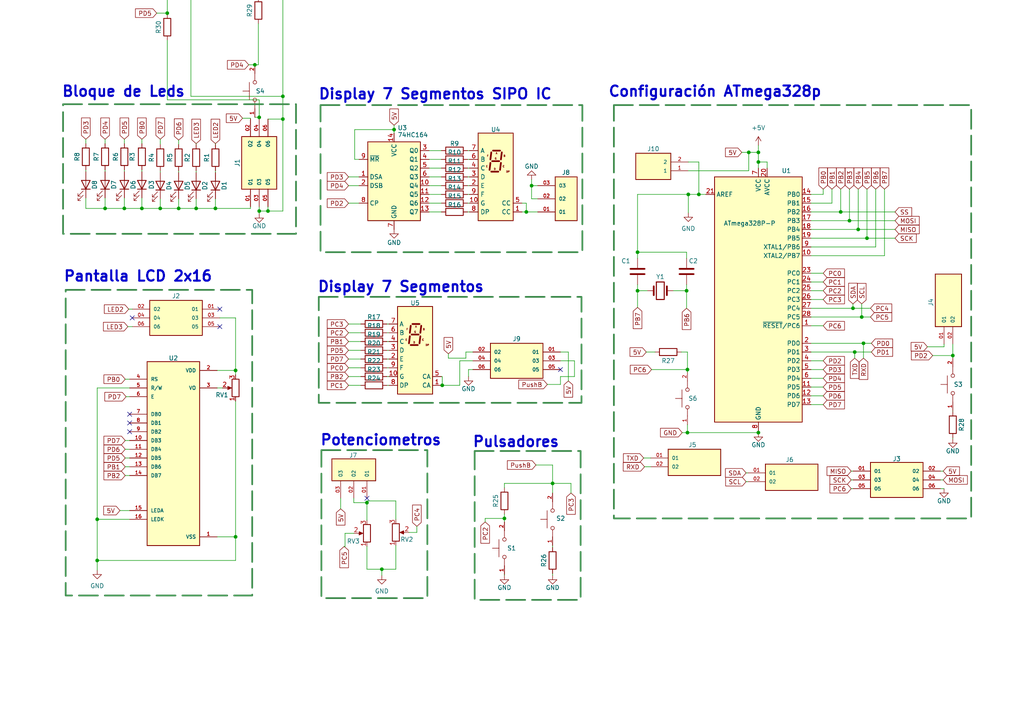
<source format=kicad_sch>
(kicad_sch (version 20230121) (generator eeschema)
  (paper "A4")
  (title_block (title "Módulo Aprendizaje Microcontroladores AVR") (date "2024-09-08") (rev "Bryan Claudio Huane Rodriguez") (company "IEEE UNMSM CAS SBC"))
  (junction (at 106.426 145.796))
  (junction (at 202.692 56.388))
  (junction (at 219.964 46.99))
  (junction (at 154.178 53.848))
  (junction (at 68.326 155.702))
  (junction (at 75.184 34.036))
  (junction (at 128.27 111.76))
  (junction (at 28.194 150.622))
  (junction (at 28.194 162.56))
  (junction (at 251.46 69.088))
  (junction (at 82.042 27.94))
  (junction (at 199.644 56.388))
  (junction (at 247.904 102.108))
  (junction (at 249.936 91.948))
  (junction (at 77.724 61.214))
  (junction (at 51.816 60.452))
  (junction (at 75.184 61.214))
  (junction (at 30.48 60.452))
  (junction (at 160.274 140.208))
  (junction (at 36.068 60.452))
  (junction (at 56.896 60.452))
  (junction (at 110.744 165.1))
  (junction (at 199.136 84.328))
  (junction (at 219.964 44.196))
  (junction (at 114.3 37.592))
  (junction (at 82.042 34.544))
  (junction (at 246.38 64.008))
  (junction (at 48.514 3.81))
  (junction (at 41.148 60.452))
  (junction (at 184.912 84.328))
  (junction (at 248.92 66.548))
  (junction (at 276.352 103.124))
  (junction (at 73.914 18.796))
  (junction (at 217.17 44.196))
  (junction (at 184.912 73.152))
  (junction (at 247.396 89.408))
  (junction (at 243.84 61.468))
  (junction (at 68.326 107.442))
  (junction (at 152.654 61.468))
  (junction (at 219.964 125.476))
  (junction (at 62.484 60.452))
  (junction (at 250.444 99.568))
  (junction (at 146.304 150.368))
  (junction (at 199.39 125.476))
  (junction (at 199.39 107.188))
  (junction (at 46.482 60.452))
  (no_connect (at 162.56 107.188))
  (no_connect (at 63.754 89.662))
  (no_connect (at 37.592 125.222))
  (no_connect (at 63.754 94.742))
  (no_connect (at 38.354 92.202))
  (no_connect (at 37.592 122.682))
  (no_connect (at 106.426 144.526))
  (no_connect (at 37.592 120.142))
  (wire (pts (xy 238.76 109.728) (xy 235.204 109.728)))
  (wire (pts (xy 124.46 56.388) (xy 128.016 56.388)))
  (wire (pts (xy 276.352 119.38) (xy 276.352 119.126)))
  (wire (pts (xy 36.322 137.922) (xy 37.592 137.922)))
  (wire (pts (xy 166.624 104.648) (xy 166.624 109.22)))
  (wire (pts (xy 154.178 53.848) (xy 155.956 53.848)))
  (wire (pts (xy 276.352 103.124) (xy 276.352 99.822)))
  (wire (pts (xy 246.888 141.732) (xy 247.396 141.732)))
  (wire (pts (xy 72.136 18.796) (xy 73.914 18.796)))
  (wire (pts (xy 101.092 53.848) (xy 104.14 53.848)))
  (wire (pts (xy 114.3 37.592) (xy 114.3 38.608)))
  (wire (pts (xy 68.326 107.442) (xy 68.326 108.712)))
  (wire (pts (xy 199.39 102.108) (xy 199.39 107.188)))
  (wire (pts (xy 56.896 41.656) (xy 56.896 41.91)))
  (wire (pts (xy 28.194 112.522) (xy 28.194 150.622)))
  (wire (pts (xy 235.204 58.928) (xy 241.3 58.928)))
  (wire (pts (xy 128.27 109.22) (xy 128.27 111.76)))
  (wire (pts (xy 114.3 36.322) (xy 114.3 37.592)))
  (wire (pts (xy 74.93 6.858) (xy 74.93 18.796)))
  (wire (pts (xy 151.384 61.468) (xy 152.654 61.468)))
  (wire (pts (xy 77.724 61.214) (xy 75.184 61.214)))
  (wire (pts (xy 146.304 150.368) (xy 146.304 151.384)))
  (wire (pts (xy 30.48 60.452) (xy 36.068 60.452)))
  (wire (pts (xy 270.51 103.124) (xy 276.352 103.124)))
  (wire (pts (xy 114.808 158.242) (xy 114.808 165.1)))
  (wire (pts (xy 112.268 111.76) (xy 112.776 111.76)))
  (wire (pts (xy 28.194 150.622) (xy 28.194 162.56)))
  (wire (pts (xy 154.178 53.848) (xy 154.178 52.07)))
  (wire (pts (xy 246.38 64.008) (xy 235.204 64.008)))
  (wire (pts (xy 276.352 103.886) (xy 276.352 103.124)))
  (wire (pts (xy 36.068 49.276) (xy 36.068 49.784)))
  (wire (pts (xy 74.93 -0.762) (xy 74.93 -2.032)))
  (wire (pts (xy 101.092 106.68) (xy 104.648 106.68)))
  (wire (pts (xy 247.904 102.108) (xy 247.904 103.886)))
  (wire (pts (xy 56.896 60.452) (xy 62.484 60.452)))
  (wire (pts (xy 72.644 60.452) (xy 72.644 59.944)))
  (wire (pts (xy 48.514 -0.508) (xy 48.514 3.81)))
  (wire (pts (xy 160.274 140.208) (xy 160.274 143.002)))
  (wire (pts (xy 135.636 46.228) (xy 136.144 46.228)))
  (wire (pts (xy 102.87 37.592) (xy 114.3 37.592)))
  (wire (pts (xy 48.514 28.956) (xy 75.184 28.956)))
  (wire (pts (xy 56.896 57.658) (xy 56.896 60.452)))
  (wire (pts (xy 197.866 125.476) (xy 199.39 125.476)))
  (wire (pts (xy 128.016 111.76) (xy 128.27 111.76)))
  (wire (pts (xy 106.426 150.876) (xy 106.426 145.796)))
  (wire (pts (xy 135.636 51.308) (xy 136.144 51.308)))
  (wire (pts (xy 155.956 61.468) (xy 152.654 61.468)))
  (wire (pts (xy 243.84 61.468) (xy 259.588 61.468)))
  (wire (pts (xy 124.46 51.308) (xy 128.016 51.308)))
  (wire (pts (xy 238.76 54.864) (xy 238.76 56.388)))
  (wire (pts (xy 106.426 145.796) (xy 106.426 145.288)))
  (wire (pts (xy 219.964 124.968) (xy 219.964 125.476)))
  (wire (pts (xy 135.128 102.108) (xy 135.128 103.886)))
  (wire (pts (xy 254 71.628) (xy 235.204 71.628)))
  (wire (pts (xy 112.268 106.68) (xy 112.776 106.68)))
  (wire (pts (xy 68.326 107.442) (xy 62.992 107.442)))
  (wire (pts (xy 268.986 100.584) (xy 273.812 100.584)))
  (wire (pts (xy 135.636 61.468) (xy 136.144 61.468)))
  (wire (pts (xy 202.692 56.388) (xy 204.724 56.388)))
  (wire (pts (xy 248.92 66.548) (xy 235.204 66.548)))
  (wire (pts (xy 101.092 58.928) (xy 104.14 58.928)))
  (wire (pts (xy 28.194 162.56) (xy 68.326 162.56)))
  (wire (pts (xy 184.912 73.152) (xy 199.136 73.152)))
  (wire (pts (xy 62.484 49.53) (xy 62.484 50.038)))
  (wire (pts (xy 112.268 96.52) (xy 112.776 96.52)))
  (wire (pts (xy 154.178 57.658) (xy 154.178 53.848)))
  (wire (pts (xy 77.724 59.944) (xy 77.724 61.214)))
  (wire (pts (xy 135.128 103.886) (xy 130.048 103.886)))
  (wire (pts (xy 151.384 58.928) (xy 152.654 58.928)))
  (wire (pts (xy 247.396 89.408) (xy 252.476 89.408)))
  (wire (pts (xy 248.92 66.548) (xy 259.588 66.548)))
  (wire (pts (xy 56.896 49.53) (xy 56.896 50.038)))
  (wire (pts (xy 51.816 41.91) (xy 51.816 40.64)))
  (wire (pts (xy 164.846 102.108) (xy 162.56 102.108)))
  (wire (pts (xy 247.904 102.108) (xy 252.73 102.108)))
  (wire (pts (xy 222.504 48.768) (xy 222.504 46.99)))
  (wire (pts (xy 217.17 44.196) (xy 217.17 49.53)))
  (wire (pts (xy 101.092 109.22) (xy 104.648 109.22)))
  (wire (pts (xy 135.89 109.22) (xy 135.89 107.188)))
  (wire (pts (xy 36.068 40.386) (xy 36.068 41.656)))
  (wire (pts (xy 184.912 84.328) (xy 184.912 82.55)))
  (wire (pts (xy 199.136 84.328) (xy 199.136 89.408)))
  (wire (pts (xy 187.706 84.328) (xy 184.912 84.328)))
  (wire (pts (xy 250.444 99.568) (xy 250.444 103.886)))
  (wire (pts (xy 73.914 34.036) (xy 75.184 34.036)))
  (wire (pts (xy 162.56 109.22) (xy 162.56 111.506)))
  (wire (pts (xy 74.93 -2.032) (xy 82.042 -2.032)))
  (wire (pts (xy 36.068 60.452) (xy 36.068 57.404)))
  (wire (pts (xy 199.644 56.388) (xy 199.644 61.722)))
  (wire (pts (xy 46.482 49.53) (xy 46.482 50.038)))
  (wire (pts (xy 195.326 84.328) (xy 199.136 84.328)))
  (wire (pts (xy 98.806 147.574) (xy 98.806 144.526)))
  (wire (pts (xy 106.426 145.288) (xy 114.808 145.288)))
  (wire (pts (xy 273.558 139.192) (xy 272.796 139.192)))
  (wire (pts (xy 243.84 61.468) (xy 235.204 61.468)))
  (wire (pts (xy 238.76 86.868) (xy 235.204 86.868)))
  (wire (pts (xy 187.452 102.108) (xy 189.992 102.108)))
  (wire (pts (xy 186.944 135.382) (xy 188.722 135.382)))
  (wire (pts (xy 70.358 34.29) (xy 72.644 34.29)))
  (wire (pts (xy 186.69 132.842) (xy 188.722 132.842)))
  (wire (pts (xy 112.268 93.98) (xy 112.776 93.98)))
  (wire (pts (xy 246.38 54.864) (xy 246.38 64.008)))
  (wire (pts (xy 72.644 34.29) (xy 72.644 34.544)))
  (wire (pts (xy 217.17 44.196) (xy 219.964 44.196)))
  (wire (pts (xy 124.46 53.848) (xy 128.016 53.848)))
  (wire (pts (xy 199.136 74.93) (xy 199.136 73.152)))
  (wire (pts (xy 24.892 49.276) (xy 24.892 49.784)))
  (wire (pts (xy 152.654 58.928) (xy 152.654 61.468)))
  (wire (pts (xy 133.35 104.648) (xy 133.35 111.76)))
  (wire (pts (xy 112.268 99.06) (xy 112.776 99.06)))
  (wire (pts (xy 124.46 48.768) (xy 128.016 48.768)))
  (wire (pts (xy 112.268 109.22) (xy 112.776 109.22)))
  (wire (pts (xy 68.326 92.202) (xy 63.754 92.202)))
  (wire (pts (xy 112.268 104.14) (xy 112.776 104.14)))
  (wire (pts (xy 199.39 123.19) (xy 199.39 125.476)))
  (wire (pts (xy 30.48 40.386) (xy 30.48 41.656)))
  (wire (pts (xy 114.808 150.622) (xy 114.808 145.288)))
  (wire (pts (xy 28.194 162.56) (xy 28.194 165.354)))
  (wire (pts (xy 246.38 64.008) (xy 259.588 64.008)))
  (wire (pts (xy 51.816 49.53) (xy 51.816 50.038)))
  (wire (pts (xy 101.092 111.76) (xy 104.648 111.76)))
  (wire (pts (xy 82.042 -2.032) (xy 82.042 27.94)))
  (wire (pts (xy 110.744 165.1) (xy 110.744 166.878)))
  (wire (pts (xy 28.194 150.622) (xy 37.592 150.622)))
  (wire (pts (xy 166.624 109.22) (xy 162.56 109.22)))
  (wire (pts (xy 101.092 104.14) (xy 104.648 104.14)))
  (wire (pts (xy 100.076 158.496) (xy 100.076 154.686)))
  (wire (pts (xy 199.644 46.99) (xy 202.692 46.99)))
  (wire (pts (xy 184.912 74.93) (xy 184.912 73.152)))
  (wire (pts (xy 48.514 11.684) (xy 48.514 28.956)))
  (wire (pts (xy 102.616 144.526) (xy 102.616 145.796)))
  (wire (pts (xy 124.46 46.228) (xy 128.016 46.228)))
  (wire (pts (xy 235.204 102.108) (xy 247.904 102.108)))
  (wire (pts (xy 246.888 136.652) (xy 247.396 136.652)))
  (wire (pts (xy 162.56 104.648) (xy 166.624 104.648)))
  (wire (pts (xy 165.608 140.208) (xy 160.274 140.208)))
  (wire (pts (xy 102.87 46.228) (xy 104.14 46.228)))
  (wire (pts (xy 273.812 100.584) (xy 273.812 99.822)))
  (wire (pts (xy 101.092 101.6) (xy 104.648 101.6)))
  (wire (pts (xy 62.484 41.656) (xy 62.484 41.91)))
  (wire (pts (xy 158.75 111.506) (xy 162.56 111.506)))
  (wire (pts (xy 241.3 58.928) (xy 241.3 54.864)))
  (wire (pts (xy 135.636 58.928) (xy 136.144 58.928)))
  (wire (pts (xy 37.084 94.742) (xy 38.354 94.742)))
  (wire (pts (xy 51.816 60.452) (xy 56.896 60.452)))
  (wire (pts (xy 146.304 140.208) (xy 160.274 140.208)))
  (wire (pts (xy 37.338 89.662) (xy 38.354 89.662)))
  (wire (pts (xy 165.608 143.002) (xy 165.608 140.208)))
  (wire (pts (xy 41.148 60.452) (xy 46.482 60.452)))
  (wire (pts (xy 110.744 165.1) (xy 106.426 165.1)))
  (wire (pts (xy 36.068 60.452) (xy 41.148 60.452)))
  (wire (pts (xy 272.796 136.652) (xy 273.558 136.652)))
  (wire (pts (xy 46.482 60.452) (xy 51.816 60.452)))
  (wire (pts (xy 62.992 155.702) (xy 68.326 155.702)))
  (wire (pts (xy 135.636 43.688) (xy 136.144 43.688)))
  (wire (pts (xy 36.322 109.982) (xy 37.592 109.982)))
  (wire (pts (xy 135.636 53.848) (xy 136.144 53.848)))
  (wire (pts (xy 140.716 150.368) (xy 146.304 150.368)))
  (wire (pts (xy 36.322 130.302) (xy 37.592 130.302)))
  (wire (pts (xy 75.184 61.976) (xy 75.184 61.214)))
  (wire (pts (xy 199.644 56.388) (xy 184.912 56.388)))
  (wire (pts (xy 238.76 114.808) (xy 235.204 114.808)))
  (wire (pts (xy 37.592 112.522) (xy 28.194 112.522)))
  (wire (pts (xy 238.76 79.248) (xy 235.204 79.248)))
  (wire (pts (xy 238.76 84.328) (xy 235.204 84.328)))
  (wire (pts (xy 238.76 104.648) (xy 235.204 104.648)))
  (wire (pts (xy 219.964 42.164) (xy 219.964 44.196)))
  (wire (pts (xy 82.042 61.214) (xy 77.724 61.214)))
  (wire (pts (xy 235.204 89.408) (xy 247.396 89.408)))
  (wire (pts (xy 199.39 107.188) (xy 199.39 107.95)))
  (wire (pts (xy 120.904 154.432) (xy 118.618 154.432)))
  (wire (pts (xy 114.808 165.1) (xy 110.744 165.1)))
  (wire (pts (xy 48.514 3.81) (xy 48.514 4.064)))
  (wire (pts (xy 106.426 158.496) (xy 106.426 165.1)))
  (wire (pts (xy 140.716 151.384) (xy 140.716 150.368)))
  (wire (pts (xy 46.482 41.91) (xy 46.482 40.386)))
  (wire (pts (xy 238.76 117.348) (xy 235.204 117.348)))
  (wire (pts (xy 160.274 166.878) (xy 160.274 166.37)))
  (wire (pts (xy 55.372 -17.018) (xy 55.372 27.94)))
  (wire (pts (xy 219.964 48.768) (xy 219.964 46.99)))
  (wire (pts (xy 238.76 56.388) (xy 235.204 56.388)))
  (wire (pts (xy 124.46 58.928) (xy 128.016 58.928)))
  (wire (pts (xy 101.092 99.06) (xy 104.648 99.06)))
  (wire (pts (xy 62.484 60.452) (xy 72.644 60.452)))
  (wire (pts (xy 199.644 49.53) (xy 217.17 49.53)))
  (wire (pts (xy 41.148 40.386) (xy 41.148 41.656)))
  (wire (pts (xy 235.204 99.568) (xy 250.444 99.568)))
  (wire (pts (xy 254 54.864) (xy 254 71.628)))
  (wire (pts (xy 248.92 54.864) (xy 248.92 66.548)))
  (wire (pts (xy 251.46 54.864) (xy 251.46 69.088)))
  (wire (pts (xy 146.304 149.098) (xy 146.304 150.368)))
  (wire (pts (xy 99.822 158.496) (xy 100.076 158.496)))
  (wire (pts (xy 36.322 132.842) (xy 37.592 132.842)))
  (wire (pts (xy 137.16 104.648) (xy 133.35 104.648)))
  (wire (pts (xy 82.042 27.94) (xy 82.042 34.544)))
  (wire (pts (xy 137.16 102.108) (xy 135.128 102.108)))
  (wire (pts (xy 24.892 40.386) (xy 24.892 41.656)))
  (wire (pts (xy 249.936 91.948) (xy 252.476 91.948)))
  (wire (pts (xy 101.092 93.98) (xy 104.648 93.98)))
  (wire (pts (xy 238.76 112.268) (xy 235.204 112.268)))
  (wire (pts (xy 102.616 145.796) (xy 106.426 145.796)))
  (wire (pts (xy 146.304 166.624) (xy 146.304 166.878)))
  (wire (pts (xy 216.408 139.7) (xy 216.916 139.7)))
  (wire (pts (xy 30.48 49.276) (xy 30.48 49.784)))
  (wire (pts (xy 46.482 57.658) (xy 46.482 60.452)))
  (wire (pts (xy 238.76 107.188) (xy 235.204 107.188)))
  (wire (pts (xy 48.514 -17.018) (xy 55.372 -17.018)))
  (wire (pts (xy 256.54 74.168) (xy 235.204 74.168)))
  (wire (pts (xy 128.27 111.76) (xy 133.35 111.76)))
  (wire (pts (xy 250.444 99.568) (xy 252.73 99.568)))
  (wire (pts (xy 238.76 94.488) (xy 235.204 94.488)))
  (wire (pts (xy 216.408 137.16) (xy 216.916 137.16)))
  (wire (pts (xy 160.274 158.75) (xy 160.274 158.242)))
  (wire (pts (xy 160.274 134.874) (xy 160.274 140.208)))
  (wire (pts (xy 101.092 96.52) (xy 104.648 96.52)))
  (wire (pts (xy 48.514 -17.018) (xy 48.514 -15.748)))
  (wire (pts (xy 128.016 109.22) (xy 128.27 109.22)))
  (wire (pts (xy 30.48 57.404) (xy 30.48 60.452)))
  (wire (pts (xy 75.184 34.036) (xy 75.184 34.544)))
  (wire (pts (xy 55.372 27.94) (xy 82.042 27.94)))
  (wire (pts (xy 184.912 84.328) (xy 184.912 89.154)))
  (wire (pts (xy 135.636 56.388) (xy 136.144 56.388)))
  (wire (pts (xy 155.956 57.658) (xy 154.178 57.658)))
  (wire (pts (xy 251.46 69.088) (xy 235.204 69.088)))
  (wire (pts (xy 45.466 3.81) (xy 48.514 3.81)))
  (wire (pts (xy 219.964 46.99) (xy 222.504 46.99)))
  (wire (pts (xy 102.87 46.228) (xy 102.87 37.592)))
  (wire (pts (xy 273.812 141.732) (xy 272.796 141.732)))
  (wire (pts (xy 219.964 44.196) (xy 219.964 46.99)))
  (wire (pts (xy 41.148 49.276) (xy 41.148 49.784)))
  (wire (pts (xy 135.636 48.768) (xy 136.144 48.768)))
  (wire (pts (xy 235.204 91.948) (xy 249.936 91.948)))
  (wire (pts (xy 24.892 60.452) (xy 24.892 57.404)))
  (wire (pts (xy 41.148 60.452) (xy 41.148 57.404)))
  (wire (pts (xy 75.184 28.956) (xy 75.184 34.036)))
  (wire (pts (xy 130.048 103.886) (xy 130.048 102.616)))
  (wire (pts (xy 36.322 127.762) (xy 37.592 127.762)))
  (wire (pts (xy 249.936 88.138) (xy 249.936 91.948)))
  (wire (pts (xy 146.304 140.208) (xy 146.304 141.478)))
  (wire (pts (xy 100.076 154.686) (xy 102.616 154.686)))
  (wire (pts (xy 135.89 107.188) (xy 137.16 107.188)))
  (wire (pts (xy 164.846 110.49) (xy 164.846 102.108)))
  (wire (pts (xy 202.692 46.99) (xy 202.692 56.388)))
  (wire (pts (xy 68.326 155.702) (xy 68.326 162.56)))
  (wire (pts (xy 82.042 34.544) (xy 82.042 61.214)))
  (wire (pts (xy 199.136 82.55) (xy 199.136 84.328)))
  (wire (pts (xy 256.54 54.864) (xy 256.54 74.168)))
  (wire (pts (xy 199.39 125.476) (xy 219.964 125.476)))
  (wire (pts (xy 120.904 152.654) (xy 120.904 154.432)))
  (wire (pts (xy 101.092 51.308) (xy 104.14 51.308)))
  (wire (pts (xy 199.644 56.388) (xy 202.692 56.388)))
  (wire (pts (xy 155.448 134.874) (xy 160.274 134.874)))
  (wire (pts (xy 199.39 102.108) (xy 197.612 102.108)))
  (wire (pts (xy 188.976 107.188) (xy 199.39 107.188)))
  (wire (pts (xy 36.322 135.382) (xy 37.592 135.382)))
  (wire (pts (xy 238.76 81.788) (xy 235.204 81.788)))
  (wire (pts (xy 68.326 107.442) (xy 68.326 92.202)))
  (wire (pts (xy 247.396 88.138) (xy 247.396 89.408)))
  (wire (pts (xy 68.326 116.332) (xy 68.326 155.702)))
  (wire (pts (xy 75.184 61.214) (xy 75.184 59.944)))
  (wire (pts (xy 36.576 115.062) (xy 37.592 115.062)))
  (wire (pts (xy 251.46 69.088) (xy 259.588 69.088)))
  (wire (pts (xy 276.352 127) (xy 276.352 127.254)))
  (wire (pts (xy 246.888 139.192) (xy 247.396 139.192)))
  (wire (pts (xy 215.138 44.196) (xy 217.17 44.196)))
  (wire (pts (xy 77.724 34.544) (xy 82.042 34.544)))
  (wire (pts (xy 112.268 101.6) (xy 112.776 101.6)))
  (wire (pts (xy 124.46 43.688) (xy 128.016 43.688)))
  (wire (pts (xy 64.516 112.522) (xy 62.992 112.522)))
  (wire (pts (xy 34.798 148.082) (xy 37.592 148.082)))
  (wire (pts (xy 73.914 18.796) (xy 74.93 18.796)))
  (wire (pts (xy 124.46 61.468) (xy 128.016 61.468)))
  (wire (pts (xy 62.484 60.452) (xy 62.484 57.658)))
  (wire (pts (xy 184.912 56.388) (xy 184.912 73.152)))
  (wire (pts (xy 243.84 54.864) (xy 243.84 61.468)))
  (wire (pts (xy 51.816 60.452) (xy 51.816 57.658)))
  (wire (pts (xy 24.892 60.452) (xy 30.48 60.452)))
  (rectangle (start 18.288 30.226) (end 85.852 67.818) (stroke (width 0.5) (type dash) (color 59 138 74 0.56)))
  (rectangle (start 92.456 86.106) (end 168.656 116.84) (stroke (width 0.5) (type dash) (color 59 138 74 0.56)))
  (rectangle (start 137.668 130.81) (end 168.402 173.99) (stroke (width 0.5) (type dash) (color 59 138 74 0.56)))
  (rectangle (start 93.218 130.556) (end 123.952 173.482) (stroke (width 0.5) (type dash) (color 59 138 74 0.56)))
  (rectangle (start 92.964 30.48) (end 168.91 73.152) (stroke (width 0.5) (type dash) (color 59 138 74 0.56)))
  (rectangle (start 19.05 84.074) (end 73.152 172.72) (stroke (width 0.5) (type dash) (color 59 138 74 0.56)))
  (rectangle (start 178.054 30.48) (end 281.686 150.368) (stroke (width 0.5) (type dash) (color 59 138 74 0.56)))
  (text "Display 7 Segmentos SIPO IC\n" (at 92.202 29.21 0) (effects (font (size 3 3) (thickness 0.6) bold) (justify left bottom)))
  (text "Bloque de Leds" (at 17.78 28.448 0) (effects (font (size 3 3) (thickness 0.6) bold) (justify left bottom)))
  (text "Potenciometros" (at 92.71 129.54 0) (effects (font (size 3 3) (thickness 0.6) bold) (justify left bottom)))
  (text "Display 7 Segmentos\n" (at 91.948 85.09 0) (effects (font (size 3 3) (thickness 0.6) bold) (justify left bottom)))
  (text "Configuración ATmega328p\n" (at 176.276 28.448 0) (effects (font (size 3 3) (thickness 0.6) bold) (justify left bottom)))
  (text "Pulsadores\n" (at 136.906 130.048 0) (effects (font (size 3 3) (thickness 0.6) bold) (justify left bottom)))
  (text "Pantalla LCD 2x16" (at 18.288 82.042 0) (effects (font (size 3 3) (thickness 0.6) bold) (justify left bottom)))
  (global_label "PC1" (shape input) (at 101.092 111.76 180) (property "Intersheetrefs" "${INTERSHEET_REFS}" (effects hide)))
  (global_label "PC2" (shape input) (at 140.716 151.384 270) (property "Intersheetrefs" "${INTERSHEET_REFS}" (effects hide)))
  (global_label "PD7" (shape input) (at 46.482 40.386 90) (property "Intersheetrefs" "${INTERSHEET_REFS}" (effects hide)))
  (global_label "SCK" (shape input) (at 246.888 139.192 180) (property "Intersheetrefs" "${INTERSHEET_REFS}" (effects hide)))
  (global_label "PD7" (shape input) (at 36.322 127.762 180) (property "Intersheetrefs" "${INTERSHEET_REFS}" (effects hide)))
  (global_label "PD2" (shape input) (at 270.51 103.124 180) (property "Intersheetrefs" "${INTERSHEET_REFS}" (effects hide)))
  (global_label "PB7" (shape input) (at 184.912 89.154 270) (property "Intersheetrefs" "${INTERSHEET_REFS}" (effects hide)))
  (global_label "PC6" (shape input) (at 246.888 141.732 180) (property "Intersheetrefs" "${INTERSHEET_REFS}" (effects hide)))
  (global_label "PD2" (shape input) (at 101.092 58.928 180) (property "Intersheetrefs" "${INTERSHEET_REFS}" (effects hide)))
  (global_label "PD3" (shape input) (at 238.76 107.188 0) (property "Intersheetrefs" "${INTERSHEET_REFS}" (effects hide)))
  (global_label "PB0" (shape input) (at 238.76 54.864 90) (property "Intersheetrefs" "${INTERSHEET_REFS}" (effects hide)))
  (global_label "PB4" (shape input) (at 248.92 54.864 90) (property "Intersheetrefs" "${INTERSHEET_REFS}" (effects hide)))
  (global_label "PB3" (shape input) (at 246.38 54.864 90) (property "Intersheetrefs" "${INTERSHEET_REFS}" (effects hide)))
  (global_label "MISO" (shape input) (at 259.588 66.548 0) (property "Intersheetrefs" "${INTERSHEET_REFS}" (effects hide)))
  (global_label "5V" (shape input) (at 268.986 100.584 180) (property "Intersheetrefs" "${INTERSHEET_REFS}" (effects hide)))
  (global_label "PC5" (shape input) (at 252.476 91.948 0) (property "Intersheetrefs" "${INTERSHEET_REFS}" (effects hide)))
  (global_label "5V" (shape input) (at 114.3 36.322 90) (property "Intersheetrefs" "${INTERSHEET_REFS}" (effects hide)))
  (global_label "PD4" (shape input) (at 101.092 53.848 180) (property "Intersheetrefs" "${INTERSHEET_REFS}" (effects hide)))
  (global_label "PC4" (shape input) (at 120.904 152.654 90) (property "Intersheetrefs" "${INTERSHEET_REFS}" (effects hide)))
  (global_label "SCL" (shape input) (at 249.936 88.138 90) (property "Intersheetrefs" "${INTERSHEET_REFS}" (effects hide)))
  (global_label "PD3" (shape input) (at 24.892 40.386 90) (property "Intersheetrefs" "${INTERSHEET_REFS}" (effects hide)))
  (global_label "PC4" (shape input) (at 252.476 89.408 0) (property "Intersheetrefs" "${INTERSHEET_REFS}" (effects hide)))
  (global_label "PushB" (shape input) (at 155.448 134.874 180) (property "Intersheetrefs" "${INTERSHEET_REFS}" (effects hide)))
  (global_label "PD5" (shape input) (at 45.466 3.81 180) (property "Intersheetrefs" "${INTERSHEET_REFS}" (effects hide)))
  (global_label "LED3" (shape input) (at 56.896 41.656 90) (property "Intersheetrefs" "${INTERSHEET_REFS}" (effects hide)))
  (global_label "PB0" (shape input) (at 36.322 109.982 180) (property "Intersheetrefs" "${INTERSHEET_REFS}" (effects hide)))
  (global_label "PC0" (shape input) (at 238.76 79.248 0) (property "Intersheetrefs" "${INTERSHEET_REFS}" (effects hide)))
  (global_label "MOSI" (shape input) (at 259.588 64.008 0) (property "Intersheetrefs" "${INTERSHEET_REFS}" (effects hide)))
  (global_label "PD7" (shape input) (at 36.576 115.062 180) (property "Intersheetrefs" "${INTERSHEET_REFS}" (effects hide)))
  (global_label "PD2" (shape input) (at 238.76 104.648 0) (property "Intersheetrefs" "${INTERSHEET_REFS}" (effects hide)))
  (global_label "GND" (shape input) (at 197.866 125.476 180) (property "Intersheetrefs" "${INTERSHEET_REFS}" (effects hide)))
  (global_label "5V" (shape input) (at 130.048 102.616 90) (property "Intersheetrefs" "${INTERSHEET_REFS}" (effects hide)))
  (global_label "PD5" (shape input) (at 101.092 101.6 180) (property "Intersheetrefs" "${INTERSHEET_REFS}" (effects hide)))
  (global_label "5V" (shape input) (at 34.798 148.082 180) (property "Intersheetrefs" "${INTERSHEET_REFS}" (effects hide)))
  (global_label "PC6" (shape input) (at 238.76 94.488 0) (property "Intersheetrefs" "${INTERSHEET_REFS}" (effects hide)))
  (global_label "PD1" (shape input) (at 252.73 102.108 0) (property "Intersheetrefs" "${INTERSHEET_REFS}" (effects hide)))
  (global_label "PD4" (shape input) (at 238.76 109.728 0) (property "Intersheetrefs" "${INTERSHEET_REFS}" (effects hide)))
  (global_label "LED3" (shape input) (at 37.084 94.742 180) (property "Intersheetrefs" "${INTERSHEET_REFS}" (effects hide)))
  (global_label "PD3" (shape input) (at 101.092 51.308 180) (property "Intersheetrefs" "${INTERSHEET_REFS}" (effects hide)))
  (global_label "PB0" (shape input) (at 41.148 40.386 90) (property "Intersheetrefs" "${INTERSHEET_REFS}" (effects hide)))
  (global_label "PC6" (shape input) (at 188.976 107.188 180) (property "Intersheetrefs" "${INTERSHEET_REFS}" (effects hide)))
  (global_label "TXD" (shape input) (at 247.904 103.886 270) (property "Intersheetrefs" "${INTERSHEET_REFS}" (effects hide)))
  (global_label "PB7" (shape input) (at 256.54 54.864 90) (property "Intersheetrefs" "${INTERSHEET_REFS}" (effects hide)))
  (global_label "PC3" (shape input) (at 165.608 143.002 270) (property "Intersheetrefs" "${INTERSHEET_REFS}" (effects hide)))
  (global_label "LED2" (shape input) (at 37.338 89.662 180) (property "Intersheetrefs" "${INTERSHEET_REFS}" (effects hide)))
  (global_label "PB5" (shape input) (at 251.46 54.864 90) (property "Intersheetrefs" "${INTERSHEET_REFS}" (effects hide)))
  (global_label "SDA" (shape input) (at 247.396 88.138 90) (property "Intersheetrefs" "${INTERSHEET_REFS}" (effects hide)))
  (global_label "RXD" (shape input) (at 186.944 135.382 180) (property "Intersheetrefs" "${INTERSHEET_REFS}" (effects hide)))
  (global_label "PC3" (shape input) (at 238.76 86.868 0) (property "Intersheetrefs" "${INTERSHEET_REFS}" (effects hide)))
  (global_label "PC3" (shape input) (at 101.092 93.98 180) (property "Intersheetrefs" "${INTERSHEET_REFS}" (effects hide)))
  (global_label "PC2" (shape input) (at 238.76 84.328 0) (property "Intersheetrefs" "${INTERSHEET_REFS}" (effects hide)))
  (global_label "5V" (shape input) (at 187.452 102.108 180) (property "Intersheetrefs" "${INTERSHEET_REFS}" (effects hide)))
  (global_label "PD5" (shape input) (at 238.76 112.268 0) (property "Intersheetrefs" "${INTERSHEET_REFS}" (effects hide)))
  (global_label "PD4" (shape input) (at 72.136 18.796 180) (property "Intersheetrefs" "${INTERSHEET_REFS}" (effects hide)))
  (global_label "PD4" (shape input) (at 30.48 40.386 90) (property "Intersheetrefs" "${INTERSHEET_REFS}" (effects hide)))
  (global_label "PB6" (shape input) (at 199.136 89.408 270) (property "Intersheetrefs" "${INTERSHEET_REFS}" (effects hide)))
  (global_label "PB1" (shape input) (at 101.092 99.06 180) (property "Intersheetrefs" "${INTERSHEET_REFS}" (effects hide)))
  (global_label "5V" (shape input) (at 98.806 147.574 270) (property "Intersheetrefs" "${INTERSHEET_REFS}" (effects hide)))
  (global_label "PB6" (shape input) (at 254 54.864 90) (property "Intersheetrefs" "${INTERSHEET_REFS}" (effects hide)))
  (global_label "PD6" (shape input) (at 238.76 114.808 0) (property "Intersheetrefs" "${INTERSHEET_REFS}" (effects hide)))
  (global_label "MOSI" (shape input) (at 273.558 139.192 0) (property "Intersheetrefs" "${INTERSHEET_REFS}" (effects hide)))
  (global_label "SCK" (shape input) (at 259.588 69.088 0) (property "Intersheetrefs" "${INTERSHEET_REFS}" (effects hide)))
  (global_label "TXD" (shape input) (at 186.69 132.842 180) (property "Intersheetrefs" "${INTERSHEET_REFS}" (effects hide)))
  (global_label "PB2" (shape input) (at 243.84 54.864 90) (property "Intersheetrefs" "${INTERSHEET_REFS}" (effects hide)))
  (global_label "PD0" (shape input) (at 252.73 99.568 0) (property "Intersheetrefs" "${INTERSHEET_REFS}" (effects hide)))
  (global_label "PD7" (shape input) (at 101.092 104.14 180) (property "Intersheetrefs" "${INTERSHEET_REFS}" (effects hide)))
  (global_label "LED2" (shape input) (at 62.484 41.656 90) (property "Intersheetrefs" "${INTERSHEET_REFS}" (effects hide)))
  (global_label "PD6" (shape input) (at 36.322 130.302 180) (property "Intersheetrefs" "${INTERSHEET_REFS}" (effects hide)))
  (global_label "PB1" (shape input) (at 36.322 135.382 180) (property "Intersheetrefs" "${INTERSHEET_REFS}" (effects hide)))
  (global_label "SCL" (shape input) (at 216.408 139.7 180) (property "Intersheetrefs" "${INTERSHEET_REFS}" (effects hide)))
  (global_label "MISO" (shape input) (at 246.888 136.652 180) (property "Intersheetrefs" "${INTERSHEET_REFS}" (effects hide)))
  (global_label "PB2" (shape input) (at 36.322 137.922 180) (property "Intersheetrefs" "${INTERSHEET_REFS}" (effects hide)))
  (global_label "PC0" (shape input) (at 101.092 106.68 180) (property "Intersheetrefs" "${INTERSHEET_REFS}" (effects hide)))
  (global_label "SS" (shape input) (at 259.588 61.468 0) (property "Intersheetrefs" "${INTERSHEET_REFS}" (effects hide)))
  (global_label "PB2" (shape input) (at 101.092 109.22 180) (property "Intersheetrefs" "${INTERSHEET_REFS}" (effects hide)))
  (global_label "PC5" (shape input) (at 99.822 158.496 270) (property "Intersheetrefs" "${INTERSHEET_REFS}" (effects hide)))
  (global_label "PC1" (shape input) (at 238.76 81.788 0) (property "Intersheetrefs" "${INTERSHEET_REFS}" (effects hide)))
  (global_label "PB1" (shape input) (at 241.3 54.864 90) (property "Intersheetrefs" "${INTERSHEET_REFS}" (effects hide)))
  (global_label "5V" (shape input) (at 273.558 136.652 0) (property "Intersheetrefs" "${INTERSHEET_REFS}" (effects hide)))
  (global_label "PC2" (shape input) (at 101.092 96.52 180) (property "Intersheetrefs" "${INTERSHEET_REFS}" (effects hide)))
  (global_label "PD5" (shape input) (at 36.068 40.386 90) (property "Intersheetrefs" "${INTERSHEET_REFS}" (effects hide)))
  (global_label "5V" (shape input) (at 164.846 110.49 270) (property "Intersheetrefs" "${INTERSHEET_REFS}" (effects hide)))
  (global_label "PD6" (shape input) (at 51.816 40.64 90) (property "Intersheetrefs" "${INTERSHEET_REFS}" (effects hide)))
  (global_label "5V" (shape input) (at 215.138 44.196 180) (property "Intersheetrefs" "${INTERSHEET_REFS}" (effects hide)))
  (global_label "PD7" (shape input) (at 238.76 117.348 0) (property "Intersheetrefs" "${INTERSHEET_REFS}" (effects hide)))
  (global_label "PD5" (shape input) (at 36.322 132.842 180) (property "Intersheetrefs" "${INTERSHEET_REFS}" (effects hide)))
  (global_label "SDA" (shape input) (at 216.408 137.16 180) (property "Intersheetrefs" "${INTERSHEET_REFS}" (effects hide)))
  (global_label "PushB" (shape input) (at 158.75 111.506 180) (property "Intersheetrefs" "${INTERSHEET_REFS}" (effects hide)))
  (global_label "RXD" (shape input) (at 250.444 103.886 270) (property "Intersheetrefs" "${INTERSHEET_REFS}" (effects hide)))
  (global_label "5V" (shape input) (at 70.358 34.29 180) (property "Intersheetrefs" "${INTERSHEET_REFS}" (effects hide)))
  (symbol (lib_id "Device:LED") (at 46.482 53.848 270) (mirror x) (unit 1)
    (property "Reference" "D4" (at 49.022 53.848 0))
    (property "Value" "LED" (effects hide))
    (property "Footprint" "LED_THT:LED_D5.0mm" (effects hide))
  )
  (symbol (lib_id "Device:R") (at 56.896 45.72 0) (mirror y) (unit 1)
    (property "Reference" "R2" (at 54.356 45.72 90))
    (property "Value" "R" (effects hide))
    (property "Footprint" "Resistor_THT:R_Axial_DIN0204_L3.6mm_D1.6mm_P7.62mm_Horizontal" (effects hide))
  )
  (symbol (lib_id "Device:R") (at 146.304 145.288 180) (unit 1)
    (property "Reference" "R25" (at 143.764 145.288 90))
    (property "Value" "R" (effects hide))
    (property "Footprint" "Resistor_THT:R_Axial_DIN0204_L3.6mm_D1.6mm_P7.62mm_Horizontal" (effects hide))
  )
  (symbol (lib_id "Device:Crystal") (at 191.516 84.328 180) (unit 1)
    (property "Reference" "Y1" (at 191.516 80.264 0))
    (property "Value" "Crystal" (effects hide))
    (property "Footprint" "Crystal:Crystal_HC49-4H_Vertical" (effects hide))
  )
  (symbol (lib_id "TL59NF160Q:TL59NF160Q") (at 73.914 26.416 90) (unit 1)
    (property "Reference" "S4" (at 74.168 26.416 90) (effects (justify right)))
    (property "Value" "TL59NF160Q" (effects hide))
    (property "Footprint" "TL59NF160Q:SW_TL59NF160Q" (effects hide))
    (property "MF" "E-Switch" (effects hide))
    (property "MAXIMUM_PACKAGE_HEIGHT" "4.3 mm" (effects hide))
    (property "Package" "None" (effects hide))
    (property "Price" "None" (effects hide))
    (property "Check_prices" "https://www.snapeda.com/parts/TL59NF160Q/E-Switch/view-part/?ref=eda" (effects hide))
    (property "STANDARD" "Manufacturer Recommendations" (effects hide))
    (property "PARTREV" "G" (effects hide))
    (property "SnapEDA_Link" "https://www.snapeda.com/parts/TL59NF160Q/E-Switch/view-part/?ref=snap" (effects hide))
    (property "MP" "TL59NF160Q" (effects hide))
    (property "Description" "\nSWITCH TACTILE SPST-NO 0.05A 12V\n" (effects hide))
    (property "MANUFACTURER" "E-Switch" (effects hide))
    (property "Availability" "In Stock" (effects hide))
    (property "SNAPEDA_PN" "TL59NF160Q" (effects hide))
  )
  (symbol (lib_id "Device:R") (at 30.48 45.466 0) (mirror y) (unit 1)
    (property "Reference" "R7" (at 27.94 45.466 90))
    (property "Value" "R" (effects hide))
    (property "Footprint" "Resistor_THT:R_Axial_DIN0204_L3.6mm_D1.6mm_P7.62mm_Horizontal" (effects hide))
  )
  (symbol (lib_id "Device:LED") (at 24.892 53.594 270) (mirror x) (unit 1)
    (property "Reference" "D8" (at 27.432 53.594 0))
    (property "Value" "LED" (effects hide))
    (property "Footprint" "LED_THT:LED_D5.0mm" (effects hide))
  )
  (symbol (lib_id "Device:R") (at 62.484 45.72 0) (mirror y) (unit 1)
    (property "Reference" "R1" (at 59.944 45.72 90))
    (property "Value" "R" (effects hide))
    (property "Footprint" "Resistor_THT:R_Axial_DIN0204_L3.6mm_D1.6mm_P7.62mm_Horizontal" (effects hide))
  )
  (symbol (lib_id "Device:R") (at 108.458 106.68 90) (unit 1)
    (property "Reference" "R22" (at 108.458 104.648 90))
    (property "Value" "R" (effects hide))
    (property "Footprint" "Resistor_THT:R_Axial_DIN0204_L3.6mm_D1.6mm_P7.62mm_Horizontal" (effects hide))
  )
  (symbol (lib_id "Device:R") (at 131.826 58.928 90) (unit 1)
    (property "Reference" "R15" (at 131.826 56.896 90))
    (property "Value" "R" (effects hide))
    (property "Footprint" "Resistor_THT:R_Axial_DIN0204_L3.6mm_D1.6mm_P7.62mm_Horizontal" (effects hide))
  )
  (symbol (lib_id "Device:R") (at 131.826 53.848 90) (unit 1)
    (property "Reference" "R13" (at 131.826 51.816 90))
    (property "Value" "R" (effects hide))
    (property "Footprint" "Resistor_THT:R_Axial_DIN0204_L3.6mm_D1.6mm_P7.62mm_Horizontal" (effects hide))
  )
  (symbol (lib_id "power:GND") (at 199.644 61.722 0) (unit 1)
    (property "Reference" "#PWR08" (effects hide))
    (property "Value" "GND" (at 199.644 66.294 0))
  )
  (symbol (lib_id "Device:LED") (at 51.816 53.848 270) (mirror x) (unit 1)
    (property "Reference" "D5" (at 54.356 53.848 0))
    (property "Value" "LED" (effects hide))
    (property "Footprint" "LED_THT:LED_D5.0mm" (effects hide))
  )
  (symbol (lib_id "Device:R") (at 46.482 45.72 0) (mirror y) (unit 1)
    (property "Reference" "R4" (at 43.942 45.72 90))
    (property "Value" "R" (effects hide))
    (property "Footprint" "Resistor_THT:R_Axial_DIN0204_L3.6mm_D1.6mm_P7.62mm_Horizontal" (effects hide))
  )
  (symbol (lib_id "Device:R") (at 108.458 111.76 90) (unit 1)
    (property "Reference" "R24" (at 108.458 109.728 90))
    (property "Value" "R" (effects hide))
    (property "Footprint" "Resistor_THT:R_Axial_DIN0204_L3.6mm_D1.6mm_P7.62mm_Horizontal" (effects hide))
  )
  (symbol (lib_id "TSW-103-17-T-D:TSW-103-17-T-D") (at 260.096 139.192 0) (unit 1)
    (property "Reference" "J3" (at 260.096 133.096 0))
    (property "Value" "TSW-103-17-T-D" (effects hide))
    (property "Footprint" "TSW-103-17-T-D:SAMTEC_TSW-103-17-T-D" (effects hide))
    (property "MF" "Samtec Inc." (effects hide))
    (property "Description" "\nTSW - Samtec 2.54mm Pin Header 21.08mm Overall Pin Length 2.79mm Tail (17) - Fast Stock(mcv)\n" (effects hide))
    (property "Package" "None" (effects hide))
    (property "Price" "None" (effects hide))
    (property "Check_prices" "https://www.snapeda.com/parts/TSW-103-17-T-D/Samtec/view-part/?ref=eda" (effects hide))
    (property "STANDARD" "Manufacturer Recommendations" (effects hide))
    (property "PARTREV" "R" (effects hide))
    (property "SnapEDA_Link" "https://www.snapeda.com/parts/TSW-103-17-T-D/Samtec/view-part/?ref=snap" (effects hide))
    (property "MP" "TSW-103-17-T-D" (effects hide))
    (property "Purchase-URL" "https://www.snapeda.com/api/url_track_click_mouser/?unipart_id=4655931&manufacturer=Samtec Inc.&part_name=TSW-103-17-T-D&search_term=tsw" (effects hide))
    (property "Availability" "In Stock" (effects hide))
    (property "MANUFACTURER" "Samtec Inc." (effects hide))
  )
  (symbol (lib_id "Device:R") (at 108.458 96.52 90) (unit 1)
    (property "Reference" "R18" (at 108.458 94.488 90))
    (property "Value" "R" (effects hide))
    (property "Footprint" "Resistor_THT:R_Axial_DIN0204_L3.6mm_D1.6mm_P7.62mm_Horizontal" (effects hide))
  )
  (symbol (lib_id "Device:R") (at 160.274 162.56 180) (unit 1)
    (property "Reference" "R26" (at 157.734 162.56 90))
    (property "Value" "R" (effects hide))
    (property "Footprint" "Resistor_THT:R_Axial_DIN0204_L3.6mm_D1.6mm_P7.62mm_Horizontal" (effects hide))
  )
  (symbol (lib_id "power:GND") (at 276.352 127.254 0) (unit 1)
    (property "Reference" "#PWR015" (effects hide))
    (property "Value" "GND" (at 276.352 130.81 0))
  )
  (symbol (lib_id "Device:R") (at 74.93 3.048 0) (mirror y) (unit 1)
    (property "Reference" "R29" (at 72.39 3.048 90))
    (property "Value" "R" (effects hide))
    (property "Footprint" "Resistor_THT:R_Axial_DIN0207_L6.3mm_D2.5mm_P7.62mm_Horizontal" (effects hide))
  )
  (symbol (lib_id "power:GND") (at 160.274 166.878 0) (unit 1)
    (property "Reference" "#PWR011" (effects hide))
    (property "Value" "GND" (at 160.274 170.434 0))
  )
  (symbol (lib_id "TSW-103-17-T-D:TSW-103-17-T-D") (at 51.054 92.202 0) (mirror y) (unit 1)
    (property "Reference" "J2" (at 51.054 85.852 0))
    (property "Value" "TSW-103-17-T-D" (effects hide))
    (property "Footprint" "TSW-103-17-T-D:SAMTEC_TSW-103-17-T-D" (effects hide))
    (property "MF" "Samtec Inc." (effects hide))
    (property "Description" "\nTSW - Samtec 2.54mm Pin Header 21.08mm Overall Pin Length 2.79mm Tail (17) - Fast Stock(mcv)\n" (effects hide))
    (property "Package" "None" (effects hide))
    (property "Price" "None" (effects hide))
    (property "Check_prices" "https://www.snapeda.com/parts/TSW-103-17-T-D/Samtec/view-part/?ref=eda" (effects hide))
    (property "STANDARD" "Manufacturer Recommendations" (effects hide))
    (property "PARTREV" "R" (effects hide))
    (property "SnapEDA_Link" "https://www.snapeda.com/parts/TSW-103-17-T-D/Samtec/view-part/?ref=snap" (effects hide))
    (property "MP" "TSW-103-17-T-D" (effects hide))
    (property "Purchase-URL" "https://www.snapeda.com/api/url_track_click_mouser/?unipart_id=4655931&manufacturer=Samtec Inc.&part_name=TSW-103-17-T-D&search_term=tsw" (effects hide))
    (property "Availability" "In Stock" (effects hide))
    (property "MANUFACTURER" "Samtec Inc." (effects hide))
  )
  (symbol (lib_id "TL59NF160Q:TL59NF160Q") (at 199.39 115.57 90) (unit 1)
    (property "Reference" "S6" (at 199.644 115.57 90) (effects (justify right)))
    (property "Value" "TL59NF160Q" (effects hide))
    (property "Footprint" "TL59NF160Q:SW_TL59NF160Q" (effects hide))
    (property "MF" "E-Switch" (effects hide))
    (property "MAXIMUM_PACKAGE_HEIGHT" "4.3 mm" (effects hide))
    (property "Package" "None" (effects hide))
    (property "Price" "None" (effects hide))
    (property "Check_prices" "https://www.snapeda.com/parts/TL59NF160Q/E-Switch/view-part/?ref=eda" (effects hide))
    (property "STANDARD" "Manufacturer Recommendations" (effects hide))
    (property "PARTREV" "G" (effects hide))
    (property "SnapEDA_Link" "https://www.snapeda.com/parts/TL59NF160Q/E-Switch/view-part/?ref=snap" (effects hide))
    (property "MP" "TL59NF160Q" (effects hide))
    (property "Description" "\nSWITCH TACTILE SPST-NO 0.05A 12V\n" (effects hide))
    (property "MANUFACTURER" "E-Switch" (effects hide))
    (property "Availability" "In Stock" (effects hide))
    (property "SNAPEDA_PN" "TL59NF160Q" (effects hide))
  )
  (symbol (lib_id "TSW-102-09-G-S:TSW-102-09-G-S") (at 276.352 87.122 90) (unit 1)
    (property "Reference" "J4" (at 270.002 88.9 0) (effects (justify left)))
    (property "Value" "TSW-102-09-G-S" (effects hide))
    (property "Footprint" "TSW-102-09-G-S:SAMTEC_TSW-102-09-G-S" (effects hide))
    (property "MF" "Samtec" (effects hide))
    (property "Description" "\nTSW - Samtec 2.54mm Pin Header 18.54mm Overall Pin Length 10.16mm Tail (09) - Fast Stock(mcv)\n" (effects hide))
    (property "Package" "None" (effects hide))
    (property "Price" "None" (effects hide))
    (property "Check_prices" "https://www.snapeda.com/parts/TSW-102-09-G-S/Samtec+Inc./view-part/?ref=eda" (effects hide))
    (property "STANDARD" "Manufacturer Recommendations" (effects hide))
    (property "PARTREV" "R" (effects hide))
    (property "SnapEDA_Link" "https://www.snapeda.com/parts/TSW-102-09-G-S/Samtec+Inc./view-part/?ref=snap" (effects hide))
    (property "MP" "TSW-102-09-G-S" (effects hide))
    (property "Availability" "In Stock" (effects hide))
    (property "MANUFACTURER" "Samtec" (effects hide))
  )
  (symbol (lib_id "Device:R") (at 48.514 7.874 0) (mirror y) (unit 1)
    (property "Reference" "R30" (at 45.974 7.874 90))
    (property "Value" "R" (effects hide))
    (property "Footprint" "Resistor_THT:R_Axial_DIN0207_L6.3mm_D2.5mm_P7.62mm_Horizontal" (effects hide))
  )
  (symbol (lib_id "Device:R") (at 51.816 45.72 0) (mirror y) (unit 1)
    (property "Reference" "R5" (at 49.276 45.72 90))
    (property "Value" "R" (effects hide))
    (property "Footprint" "Resistor_THT:R_Axial_DIN0204_L3.6mm_D1.6mm_P7.62mm_Horizontal" (effects hide))
  )
  (symbol (lib_id "Device:R") (at 131.826 48.768 90) (unit 1)
    (property "Reference" "R11" (at 131.826 46.736 90))
    (property "Value" "R" (effects hide))
    (property "Footprint" "Resistor_THT:R_Axial_DIN0207_L6.3mm_D2.5mm_P7.62mm_Horizontal" (effects hide))
  )
  (symbol (lib_id "Device:R") (at 131.826 51.308 90) (unit 1)
    (property "Reference" "R12" (at 131.826 49.276 90))
    (property "Value" "R" (effects hide))
    (property "Footprint" "Resistor_THT:R_Axial_DIN0207_L6.3mm_D2.5mm_P7.62mm_Horizontal" (effects hide))
  )
  (symbol (lib_id "Device:C") (at 184.912 78.74 180) (unit 1)
    (property "Reference" "C1" (at 182.88 75.692 0) (effects (justify left)))
    (property "Value" "C" (effects hide))
    (property "Footprint" "Capacitor_THT:C_Disc_D5.0mm_W2.5mm_P2.50mm" (effects hide))
  )
  (symbol (lib_id "power:GND") (at 219.964 125.476 0) (unit 1)
    (property "Reference" "#PWR03" (effects hide))
    (property "Value" "GND" (at 219.964 129.032 0))
  )
  (symbol (lib_id "MCU_Microchip_ATmega:ATmega328P-P") (at 219.964 86.868 0) (unit 1)
    (property "Reference" "U1" (at 228.092 49.53 0))
    (property "Value" "ATmega328P-P" (at 217.424 64.77 0))
    (property "Footprint" "Package_DIP:DIP-28_W7.62mm" (effects hide))
    (property "Datasheet" "http://ww1.microchip.com/downloads/en/DeviceDoc/ATmega328_P%20AVR%20MCU%20with%20picoPower%20Technology%20Data%20Sheet%2040001984A.pdf" (effects hide))
  )
  (symbol (lib_id "Device:R") (at 108.458 101.6 90) (unit 1)
    (property "Reference" "R20" (at 108.458 99.568 90))
    (property "Value" "R" (effects hide))
    (property "Footprint" "Resistor_THT:R_Axial_DIN0204_L3.6mm_D1.6mm_P7.62mm_Horizontal" (effects hide))
  )
  (symbol (lib_id "power:GND") (at 273.812 141.732 0) (unit 1)
    (property "Reference" "#PWR012" (effects hide))
    (property "Value" "GND" (at 273.812 145.288 0))
  )
  (symbol (lib_id "Display_Character:SBC18-11EGWA") (at 143.764 51.308 0) (unit 1)
    (property "Reference" "U4" (at 143.764 37.592 0))
    (property "Value" "SBC18-11EGWA" (effects hide))
    (property "Footprint" "SC56-11SRWA:SC56-11SRWA_KNB" (effects hide))
    (property "Datasheet" "http://www.kingbrightusa.com/images/catalog/SPEC/SBC18-11EGWA.pdf" (effects hide))
  )
  (symbol (lib_name "TSW-101-26-S-T_1") (lib_id "JUMPER3:TSW-101-26-S-T") (at 101.346 131.826 270) (mirror x) (unit 1)
    (property "Reference" "J7" (at 103.632 132.08 90) (effects (justify right)))
    (property "Value" "TSW-101-26-S-T" (effects hide))
    (property "Footprint" "JUMPER3:SAMTEC_TSW-101-26-S-T" (effects hide))
    (property "MF" "Samtec" (effects hide))
    (property "Description" "\nConnector Header Through Hole 3 position -\n" (effects hide))
    (property "Package" "None" (effects hide))
    (property "Price" "None" (effects hide))
    (property "Check_prices" "https://www.snapeda.com/parts/TSW-101-26-S-T/Samtec/view-part/?ref=eda" (effects hide))
    (property "STANDARD" "Manufacturer Recommendations" (effects hide))
    (property "PARTREV" "R" (effects hide))
    (property "SnapEDA_Link" "https://www.snapeda.com/parts/TSW-101-26-S-T/Samtec/view-part/?ref=snap" (effects hide))
    (property "MP" "TSW-101-26-S-T" (effects hide))
    (property "Availability" "In Stock" (effects hide))
    (property "MANUFACTURER" "Samtec" (effects hide))
  )
  (symbol (lib_id "74xx:74HC164") (at 114.3 51.308 0) (unit 1)
    (property "Reference" "U3" (at 115.316 37.084 0) (effects (justify left)))
    (property "Value" "74HC164" (at 115.316 39.116 0) (effects (justify left)))
    (property "Footprint" "Package_DIP:DIP-14_W7.62mm" (effects hide))
    (property "Datasheet" "https://assets.nexperia.com/documents/data-sheet/74HC_HCT164.pdf" (effects hide))
  )
  (symbol (lib_id "TL59NF160Q:TL59NF160Q") (at 48.514 -8.128 90) (unit 1)
    (property "Reference" "S5" (at 48.768 -8.128 90) (effects (justify right)))
    (property "Value" "TL59NF160Q" (effects hide))
    (property "Footprint" "TL59NF160Q:SW_TL59NF160Q" (effects hide))
    (property "MF" "E-Switch" (effects hide))
    (property "MAXIMUM_PACKAGE_HEIGHT" "4.3 mm" (effects hide))
    (property "Package" "None" (effects hide))
    (property "Price" "None" (effects hide))
    (property "Check_prices" "https://www.snapeda.com/parts/TL59NF160Q/E-Switch/view-part/?ref=eda" (effects hide))
    (property "STANDARD" "Manufacturer Recommendations" (effects hide))
    (property "PARTREV" "G" (effects hide))
    (property "SnapEDA_Link" "https://www.snapeda.com/parts/TL59NF160Q/E-Switch/view-part/?ref=snap" (effects hide))
    (property "MP" "TL59NF160Q" (effects hide))
    (property "Description" "\nSWITCH TACTILE SPST-NO 0.05A 12V\n" (effects hide))
    (property "MANUFACTURER" "E-Switch" (effects hide))
    (property "Availability" "In Stock" (effects hide))
    (property "SNAPEDA_PN" "TL59NF160Q" (effects hide))
  )
  (symbol (lib_id "TSW-102-09-G-S:TSW-102-09-G-S") (at 229.616 139.7 0) (unit 1)
    (property "Reference" "J6" (at 227.838 133.35 0) (effects (justify left)))
    (property "Value" "TSW-102-09-G-S" (effects hide))
    (property "Footprint" "TSW-102-09-G-S:SAMTEC_TSW-102-09-G-S" (effects hide))
    (property "MF" "Samtec" (effects hide))
    (property "Description" "\nTSW - Samtec 2.54mm Pin Header 18.54mm Overall Pin Length 10.16mm Tail (09) - Fast Stock(mcv)\n" (effects hide))
    (property "Package" "None" (effects hide))
    (property "Price" "None" (effects hide))
    (property "Check_prices" "https://www.snapeda.com/parts/TSW-102-09-G-S/Samtec+Inc./view-part/?ref=eda" (effects hide))
    (property "STANDARD" "Manufacturer Recommendations" (effects hide))
    (property "PARTREV" "R" (effects hide))
    (property "SnapEDA_Link" "https://www.snapeda.com/parts/TSW-102-09-G-S/Samtec+Inc./view-part/?ref=snap" (effects hide))
    (property "MP" "TSW-102-09-G-S" (effects hide))
    (property "Availability" "In Stock" (effects hide))
    (property "MANUFACTURER" "Samtec" (effects hide))
  )
  (symbol (lib_id "Device:R") (at 131.826 43.688 90) (unit 1)
    (property "Reference" "R9" (at 131.826 41.656 90))
    (property "Value" "R" (effects hide))
    (property "Footprint" "Resistor_THT:R_Axial_DIN0207_L6.3mm_D2.5mm_P7.62mm_Horizontal" (effects hide))
  )
  (symbol (lib_id "Device:R") (at 108.458 109.22 90) (unit 1)
    (property "Reference" "R23" (at 108.458 107.188 90))
    (property "Value" "R" (effects hide))
    (property "Footprint" "Resistor_THT:R_Axial_DIN0204_L3.6mm_D1.6mm_P7.62mm_Horizontal" (effects hide))
  )
  (symbol (lib_id "Device:R") (at 108.458 104.14 90) (unit 1)
    (property "Reference" "R21" (at 108.458 102.108 90))
    (property "Value" "R" (effects hide))
    (property "Footprint" "Resistor_THT:R_Axial_DIN0204_L3.6mm_D1.6mm_P7.62mm_Horizontal" (effects hide))
  )
  (symbol (lib_id "power:GND") (at 28.194 165.354 0) (unit 1)
    (property "Reference" "#PWR05" (effects hide))
    (property "Value" "GND" (at 28.194 169.926 0))
  )
  (symbol (lib_id "Device:LED") (at 62.484 53.848 270) (mirror x) (unit 1)
    (property "Reference" "D1" (at 65.024 53.848 0))
    (property "Value" "LED" (effects hide))
    (property "Footprint" "LED_THT:LED_D5.0mm" (effects hide))
  )
  (symbol (lib_id "Device:R") (at 131.826 61.468 90) (unit 1)
    (property "Reference" "R16" (at 131.826 59.436 90))
    (property "Value" "R" (effects hide))
    (property "Footprint" "Resistor_THT:R_Axial_DIN0204_L3.6mm_D1.6mm_P7.62mm_Horizontal" (effects hide))
  )
  (symbol (lib_id "Device:LED") (at 56.896 53.848 270) (mirror x) (unit 1)
    (property "Reference" "D2" (at 59.436 53.848 0))
    (property "Value" "LED" (effects hide))
    (property "Footprint" "LED_THT:LED_D5.0mm" (effects hide))
  )
  (symbol (lib_id "power:+5V") (at 219.964 42.164 0) (unit 1)
    (property "Reference" "#PWR01" (effects hide))
    (property "Value" "+5V" (at 219.964 37.084 0))
  )
  (symbol (lib_id "Device:LED") (at 41.148 53.594 270) (mirror x) (unit 1)
    (property "Reference" "D3" (at 43.942 53.594 0))
    (property "Value" "LED" (effects hide))
    (property "Footprint" "LED_THT:LED_D5.0mm" (effects hide))
  )
  (symbol (lib_id "Device:R") (at 131.826 56.388 90) (unit 1)
    (property "Reference" "R14" (at 131.826 54.356 90))
    (property "Value" "R" (effects hide))
    (property "Footprint" "Resistor_THT:R_Axial_DIN0204_L3.6mm_D1.6mm_P7.62mm_Horizontal" (effects hide))
  )
  (symbol (lib_id "Device:R") (at 24.892 45.466 0) (mirror y) (unit 1)
    (property "Reference" "R8" (at 22.352 45.466 90))
    (property "Value" "R" (effects hide))
    (property "Footprint" "Resistor_THT:R_Axial_DIN0204_L3.6mm_D1.6mm_P7.62mm_Horizontal" (effects hide))
  )
  (symbol (lib_id "Device:R") (at 41.148 45.466 0) (mirror y) (unit 1)
    (property "Reference" "R3" (at 38.354 45.466 90))
    (property "Value" "R" (effects hide))
    (property "Footprint" "Resistor_THT:R_Axial_DIN0204_L3.6mm_D1.6mm_P7.62mm_Horizontal" (effects hide))
  )
  (symbol (lib_id "power:GND") (at 75.184 61.976 0) (mirror y) (unit 1)
    (property "Reference" "#PWR02" (effects hide))
    (property "Value" "GND" (at 75.184 65.532 0))
  )
  (symbol (lib_id "Device:R") (at 131.826 46.228 90) (unit 1)
    (property "Reference" "R10" (at 131.826 44.196 90))
    (property "Value" "R" (effects hide))
    (property "Footprint" "Resistor_THT:R_Axial_DIN0207_L6.3mm_D2.5mm_P7.62mm_Horizontal" (effects hide))
  )
  (symbol (lib_id "power:GND") (at 154.178 52.07 180) (unit 1)
    (property "Reference" "#PWR06" (effects hide))
    (property "Value" "GND" (at 154.178 48.26 0))
  )
  (symbol (lib_id "TL59NF160Q:TL59NF160Q") (at 160.274 150.622 90) (unit 1)
    (property "Reference" "S2" (at 161.29 150.368 90) (effects (justify right)))
    (property "Value" "TL59NF160Q" (effects hide))
    (property "Footprint" "TL59NF160Q:SW_TL59NF160Q" (effects hide))
    (property "MF" "E-Switch" (effects hide))
    (property "MAXIMUM_PACKAGE_HEIGHT" "4.3 mm" (effects hide))
    (property "Package" "None" (effects hide))
    (property "Price" "None" (effects hide))
    (property "Check_prices" "https://www.snapeda.com/parts/TL59NF160Q/E-Switch/view-part/?ref=eda" (effects hide))
    (property "STANDARD" "Manufacturer Recommendations" (effects hide))
    (property "PARTREV" "G" (effects hide))
    (property "SnapEDA_Link" "https://www.snapeda.com/parts/TL59NF160Q/E-Switch/view-part/?ref=snap" (effects hide))
    (property "MP" "TL59NF160Q" (effects hide))
    (property "Description" "\nSWITCH TACTILE SPST-NO 0.05A 12V\n" (effects hide))
    (property "MANUFACTURER" "E-Switch" (effects hide))
    (property "Availability" "In Stock" (effects hide))
    (property "SNAPEDA_PN" "TL59NF160Q" (effects hide))
  )
  (symbol (lib_id "power:GND") (at 146.304 166.878 0) (unit 1)
    (property "Reference" "#PWR010" (effects hide))
    (property "Value" "GND" (at 146.304 170.434 0))
  )
  (symbol (lib_id "TL59NF160Q:TL59NF160Q") (at 146.304 159.004 90) (unit 1)
    (property "Reference" "S1" (at 147.066 159.004 90) (effects (justify right)))
    (property "Value" "TL59NF160Q" (effects hide))
    (property "Footprint" "TL59NF160Q:SW_TL59NF160Q" (effects hide))
    (property "MF" "E-Switch" (effects hide))
    (property "MAXIMUM_PACKAGE_HEIGHT" "4.3 mm" (effects hide))
    (property "Package" "None" (effects hide))
    (property "Price" "None" (effects hide))
    (property "Check_prices" "https://www.snapeda.com/parts/TL59NF160Q/E-Switch/view-part/?ref=eda" (effects hide))
    (property "STANDARD" "Manufacturer Recommendations" (effects hide))
    (property "PARTREV" "G" (effects hide))
    (property "SnapEDA_Link" "https://www.snapeda.com/parts/TL59NF160Q/E-Switch/view-part/?ref=snap" (effects hide))
    (property "MP" "TL59NF160Q" (effects hide))
    (property "Description" "\nSWITCH TACTILE SPST-NO 0.05A 12V\n" (effects hide))
    (property "MANUFACTURER" "E-Switch" (effects hide))
    (property "Availability" "In Stock" (effects hide))
    (property "SNAPEDA_PN" "TL59NF160Q" (effects hide))
  )
  (symbol (lib_id "TSW-103-17-T-D:TSW-103-17-T-D") (at 149.86 104.648 0) (mirror y) (unit 1)
    (property "Reference" "J9" (at 149.86 98.298 0))
    (property "Value" "TSW-103-17-T-D" (effects hide))
    (property "Footprint" "TSW-103-17-T-D:SAMTEC_TSW-103-17-T-D" (effects hide))
    (property "MF" "Samtec Inc." (effects hide))
    (property "Description" "\nTSW - Samtec 2.54mm Pin Header 21.08mm Overall Pin Length 2.79mm Tail (17) - Fast Stock(mcv)\n" (effects hide))
    (property "Package" "None" (effects hide))
    (property "Price" "None" (effects hide))
    (property "Check_prices" "https://www.snapeda.com/parts/TSW-103-17-T-D/Samtec/view-part/?ref=eda" (effects hide))
    (property "STANDARD" "Manufacturer Recommendations" (effects hide))
    (property "PARTREV" "R" (effects hide))
    (property "SnapEDA_Link" "https://www.snapeda.com/parts/TSW-103-17-T-D/Samtec/view-part/?ref=snap" (effects hide))
    (property "MP" "TSW-103-17-T-D" (effects hide))
    (property "Purchase-URL" "https://www.snapeda.com/api/url_track_click_mouser/?unipart_id=4655931&manufacturer=Samtec Inc.&part_name=TSW-103-17-T-D&search_term=tsw" (effects hide))
    (property "Availability" "In Stock" (effects hide))
    (property "MANUFACTURER" "Samtec Inc." (effects hide))
  )
  (symbol (lib_id "TL59NF160Q:TL59NF160Q") (at 276.352 111.506 90) (unit 1)
    (property "Reference" "S3" (at 276.606 111.506 90) (effects (justify right)))
    (property "Value" "TL59NF160Q" (effects hide))
    (property "Footprint" "TL59NF160Q:SW_TL59NF160Q" (effects hide))
    (property "MF" "E-Switch" (effects hide))
    (property "MAXIMUM_PACKAGE_HEIGHT" "4.3 mm" (effects hide))
    (property "Package" "None" (effects hide))
    (property "Price" "None" (effects hide))
    (property "Check_prices" "https://www.snapeda.com/parts/TL59NF160Q/E-Switch/view-part/?ref=eda" (effects hide))
    (property "STANDARD" "Manufacturer Recommendations" (effects hide))
    (property "PARTREV" "G" (effects hide))
    (property "SnapEDA_Link" "https://www.snapeda.com/parts/TL59NF160Q/E-Switch/view-part/?ref=snap" (effects hide))
    (property "MP" "TL59NF160Q" (effects hide))
    (property "Description" "\nSWITCH TACTILE SPST-NO 0.05A 12V\n" (effects hide))
    (property "MANUFACTURER" "E-Switch" (effects hide))
    (property "Availability" "In Stock" (effects hide))
    (property "SNAPEDA_PN" "TL59NF160Q" (effects hide))
  )
  (symbol (lib_name "TSW-101-26-S-T_1") (lib_id "JUMPER3:TSW-101-26-S-T") (at 168.656 56.388 0) (mirror x) (unit 1)
    (property "Reference" "J8" (at 165.354 50.038 0) (effects (justify right)))
    (property "Value" "TSW-101-26-S-T" (effects hide))
    (property "Footprint" "JUMPER3:SAMTEC_TSW-101-26-S-T" (effects hide))
    (property "MF" "Samtec" (effects hide))
    (property "Description" "\nConnector Header Through Hole 3 position -\n" (effects hide))
    (property "Package" "None" (effects hide))
    (property "Price" "None" (effects hide))
    (property "Check_prices" "https://www.snapeda.com/parts/TSW-101-26-S-T/Samtec/view-part/?ref=eda" (effects hide))
    (property "STANDARD" "Manufacturer Recommendations" (effects hide))
    (property "PARTREV" "R" (effects hide))
    (property "SnapEDA_Link" "https://www.snapeda.com/parts/TSW-101-26-S-T/Samtec/view-part/?ref=snap" (effects hide))
    (property "MP" "TSW-101-26-S-T" (effects hide))
    (property "Availability" "In Stock" (effects hide))
    (property "MANUFACTURER" "Samtec" (effects hide))
  )
  (symbol (lib_id "TB010-508-02BE:TB010-508-02BE") (at 189.484 46.99 180) (unit 1)
    (property "Reference" "J10" (at 189.484 43.18 0))
    (property "Value" "TB010-508-02BE" (effects hide))
    (property "Footprint" "TB010-508-02BE:CUI_TB010-508-02BE" (effects hide))
    (property "MF" "CUI Devices" (effects hide))
    (property "Description" "2~24 Poles, Screw Type, Horizontal, 5.08 Pitch, 26~12 (AWG), Terminal Block Connector" (effects hide))
    (property "Package" "None" (effects hide))
    (property "Price" "None" (effects hide))
    (property "Check_prices" "https://www.snapeda.com/parts/TB010-508-02BE/Same+Sky/view-part/?ref=eda" (effects hide))
    (property "STANDARD" "Manufacturer Recommendations" (effects hide))
    (property "SnapEDA_Link" "https://www.snapeda.com/parts/TB010-508-02BE/Same+Sky/view-part/?ref=snap" (effects hide))
    (property "MP" "TB010-508-02BE" (effects hide))
    (property "Purchase-URL" "https://www.snapeda.com/api/url_track_click_mouser/?unipart_id=3591557&manufacturer=CUI Devices&part_name=TB010-508-02BE&search_term=block" (effects hide))
    (property "CUI_purchase_URL" "https://www.cuidevices.com/product/interconnect/connectors/terminal-blocks/tb010-508-series?utm_source=snapeda.com&utm_medium=referral&utm_campaign=snapedaBOM" (effects hide))
    (property "Availability" "In Stock" (effects hide))
    (property "MANUFACTURER" "CUI" (effects hide))
  )
  (symbol (lib_id "Device:R") (at 276.352 123.19 0) (unit 1)
    (property "Reference" "R28" (at 278.892 123.19 90))
    (property "Value" "R" (effects hide))
    (property "Footprint" "Resistor_THT:R_Axial_DIN0204_L3.6mm_D1.6mm_P7.62mm_Horizontal" (effects hide))
  )
  (symbol (lib_id "TSW-103-17-T-D:TSW-103-17-T-D") (at 75.184 47.244 90) (unit 1)
    (property "Reference" "J1" (at 68.834 47.244 0))
    (property "Value" "TSW-103-17-T-D" (effects hide))
    (property "Footprint" "TSW-103-17-T-D:SAMTEC_TSW-103-17-T-D" (effects hide))
    (property "MF" "Samtec Inc." (effects hide))
    (property "Description" "\nTSW - Samtec 2.54mm Pin Header 21.08mm Overall Pin Length 2.79mm Tail (17) - Fast Stock(mcv)\n" (effects hide))
    (property "Package" "None" (effects hide))
    (property "Price" "None" (effects hide))
    (property "Check_prices" "https://www.snapeda.com/parts/TSW-103-17-T-D/Samtec/view-part/?ref=eda" (effects hide))
    (property "STANDARD" "Manufacturer Recommendations" (effects hide))
    (property "PARTREV" "R" (effects hide))
    (property "SnapEDA_Link" "https://www.snapeda.com/parts/TSW-103-17-T-D/Samtec/view-part/?ref=snap" (effects hide))
    (property "MP" "TSW-103-17-T-D" (effects hide))
    (property "Purchase-URL" "https://www.snapeda.com/api/url_track_click_mouser/?unipart_id=4655931&manufacturer=Samtec Inc.&part_name=TSW-103-17-T-D&search_term=tsw" (effects hide))
    (property "Availability" "In Stock" (effects hide))
    (property "MANUFACTURER" "Samtec Inc." (effects hide))
  )
  (symbol (lib_id "Device:R") (at 108.458 93.98 90) (unit 1)
    (property "Reference" "R17" (at 108.458 91.948 90))
    (property "Value" "R" (effects hide))
    (property "Footprint" "Resistor_THT:R_Axial_DIN0204_L3.6mm_D1.6mm_P7.62mm_Horizontal" (effects hide))
  )
  (symbol (lib_id "power:GND") (at 110.744 166.878 0) (unit 1)
    (property "Reference" "#PWR07" (effects hide))
    (property "Value" "GND" (at 110.744 171.45 0))
  )
  (symbol (lib_id "Device:R") (at 36.068 45.466 0) (mirror y) (unit 1)
    (property "Reference" "R6" (at 33.528 45.466 90))
    (property "Value" "R" (effects hide))
    (property "Footprint" "Resistor_THT:R_Axial_DIN0204_L3.6mm_D1.6mm_P7.62mm_Horizontal" (effects hide))
  )
  (symbol (lib_id "Device:R_Potentiometer") (at 68.326 112.522 180) (unit 1)
    (property "Reference" "RV1" (at 62.484 114.554 0) (effects (justify right)))
    (property "Value" "R_Potentiometer" (effects hide))
    (property "Footprint" "Potentiometer_THT:Potentiometer_Bourns_3339P_Vertical" (effects hide))
  )
  (symbol (lib_id "power:GND") (at 114.3 66.548 0) (unit 1)
    (property "Reference" "#PWR09" (effects hide))
    (property "Value" "GND" (at 114.3 70.358 0))
  )
  (symbol (lib_id "Display_Character:SA15-11SRWA") (at 120.396 101.6 0) (unit 1)
    (property "Reference" "U5" (at 120.396 87.884 0))
    (property "Value" "SA15-11SRWA" (effects hide))
    (property "Footprint" "SC56-11SRWA:SC56-11SRWA_KNB" (effects hide))
    (property "Datasheet" "http://www.kingbrightusa.com/images/catalog/SPEC/SA15-11SRWA.pdf" (effects hide))
  )
  (symbol (lib_id "Device:R_Potentiometer") (at 106.426 154.686 180) (unit 1)
    (property "Reference" "RV3" (at 100.584 156.972 0) (effects (justify right)))
    (property "Value" "R_Potentiometer" (effects hide))
    (property "Footprint" "Potentiometer_THT:Potentiometer_Bourns_3339P_Vertical" (effects hide))
  )
  (symbol (lib_id "TSW-102-09-G-S:TSW-102-09-G-S") (at 201.422 135.382 0) (unit 1)
    (property "Reference" "J5" (at 199.644 129.032 0) (effects (justify left)))
    (property "Value" "TSW-102-09-G-S" (effects hide))
    (property "Footprint" "TSW-102-09-G-S:SAMTEC_TSW-102-09-G-S" (effects hide))
    (property "MF" "Samtec" (effects hide))
    (property "Description" "\nTSW - Samtec 2.54mm Pin Header 18.54mm Overall Pin Length 10.16mm Tail (09) - Fast Stock(mcv)\n" (effects hide))
    (property "Package" "None" (effects hide))
    (property "Price" "None" (effects hide))
    (property "Check_prices" "https://www.snapeda.com/parts/TSW-102-09-G-S/Samtec+Inc./view-part/?ref=eda" (effects hide))
    (property "STANDARD" "Manufacturer Recommendations" (effects hide))
    (property "PARTREV" "R" (effects hide))
    (property "SnapEDA_Link" "https://www.snapeda.com/parts/TSW-102-09-G-S/Samtec+Inc./view-part/?ref=snap" (effects hide))
    (property "MP" "TSW-102-09-G-S" (effects hide))
    (property "Availability" "In Stock" (effects hide))
    (property "MANUFACTURER" "Samtec" (effects hide))
  )
  (symbol (lib_id "Device:LED") (at 30.48 53.594 270) (mirror x) (unit 1)
    (property "Reference" "D7" (at 33.02 53.594 0))
    (property "Value" "LED" (effects hide))
    (property "Footprint" "LED_THT:LED_D5.0mm" (effects hide))
  )
  (symbol (lib_id "Device:C") (at 199.136 78.74 180) (unit 1)
    (property "Reference" "C2" (at 202.438 75.692 0) (effects (justify left)))
    (property "Value" "C" (effects hide))
    (property "Footprint" "Capacitor_THT:C_Disc_D5.0mm_W2.5mm_P2.50mm" (effects hide))
  )
  (symbol (lib_id "LCD2X16:LCD2X16") (at 50.292 130.302 0) (unit 1)
    (property "Reference" "U2" (at 50.292 103.886 0))
    (property "Value" "LCD2X16" (effects hide))
    (property "Footprint" "LCD2X16:LCD_LCD2X16" (effects hide))
    (property "MF" "mikroElektronika" (effects hide))
    (property "Description" "\nDisplay; Display: LCD 2x16 characters (blue backlight)\n" (effects hide))
    (property "Package" "None" (effects hide))
    (property "Price" "None" (effects hide))
    (property "Check_prices" "https://www.snapeda.com/parts/LCD2X16/mikroElektronika/view-part/?ref=eda" (effects hide))
    (property "MAXIMUM_PACKAGE_HIEGHT" "10mm" (effects hide))
    (property "STANDARD" "Manufacturer Recommendations" (effects hide))
    (property "PARTREV" "0" (effects hide))
    (property "SnapEDA_Link" "https://www.snapeda.com/parts/LCD2X16/mikroElektronika/view-part/?ref=snap" (effects hide))
    (property "MP" "LCD2X16" (effects hide))
    (property "Availability" "Not in stock" (effects hide))
    (property "MANUFACTURER" "Microelektronika" (effects hide))
  )
  (symbol (lib_id "Device:LED") (at 36.068 53.594 270) (mirror x) (unit 1)
    (property "Reference" "D6" (at 38.608 53.594 0))
    (property "Value" "LED" (effects hide))
    (property "Footprint" "LED_THT:LED_D5.0mm" (effects hide))
  )
  (symbol (lib_id "Device:R") (at 108.458 99.06 90) (unit 1)
    (property "Reference" "R19" (at 108.458 97.028 90))
    (property "Value" "R" (effects hide))
    (property "Footprint" "Resistor_THT:R_Axial_DIN0204_L3.6mm_D1.6mm_P7.62mm_Horizontal" (effects hide))
  )
  (symbol (lib_id "Device:R_Potentiometer") (at 114.808 154.432 0) (mirror x) (unit 1)
    (property "Reference" "RV2" (at 119.888 156.464 0) (effects (justify right)))
    (property "Value" "R_Potentiometer" (effects hide))
    (property "Footprint" "Potentiometer_THT:Potentiometer_Bourns_3339P_Vertical" (effects hide))
  )
  (symbol (lib_id "power:GND") (at 135.89 109.22 0) (unit 1)
    (property "Reference" "#PWR014" (effects hide))
    (property "Value" "GND" (at 137.922 112.776 0) (effects (justify right)))
  )
  (symbol (lib_id "Device:R") (at 193.802 102.108 270) (unit 1)
    (property "Reference" "R27" (at 193.802 104.648 90))
    (property "Value" "R" (effects hide))
    (property "Footprint" "Resistor_THT:R_Axial_DIN0204_L3.6mm_D1.6mm_P7.62mm_Horizontal" (effects hide))
  )
)
</source>
